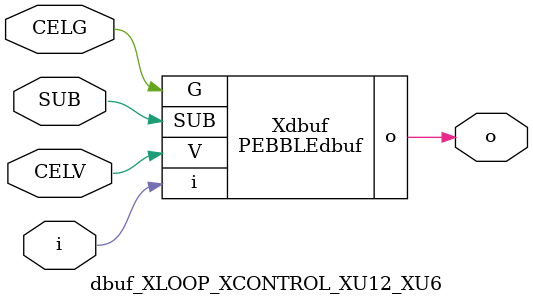
<source format=v>



module PEBBLEdbuf ( o, G, SUB, V, i );

  input V;
  input i;
  input G;
  output o;
  input SUB;
endmodule

//Celera Confidential Do Not Copy dbuf_XLOOP_XCONTROL_XU12_XU6
//Celera Confidential Symbol Generator
//Digital Buffer
module dbuf_XLOOP_XCONTROL_XU12_XU6 (CELV,CELG,i,o,SUB);
input CELV;
input CELG;
input i;
input SUB;
output o;

//Celera Confidential Do Not Copy dbuf
PEBBLEdbuf Xdbuf(
.V (CELV),
.i (i),
.o (o),
.SUB (SUB),
.G (CELG)
);
//,diesize,PEBBLEdbuf

//Celera Confidential Do Not Copy Module End
//Celera Schematic Generator
endmodule

</source>
